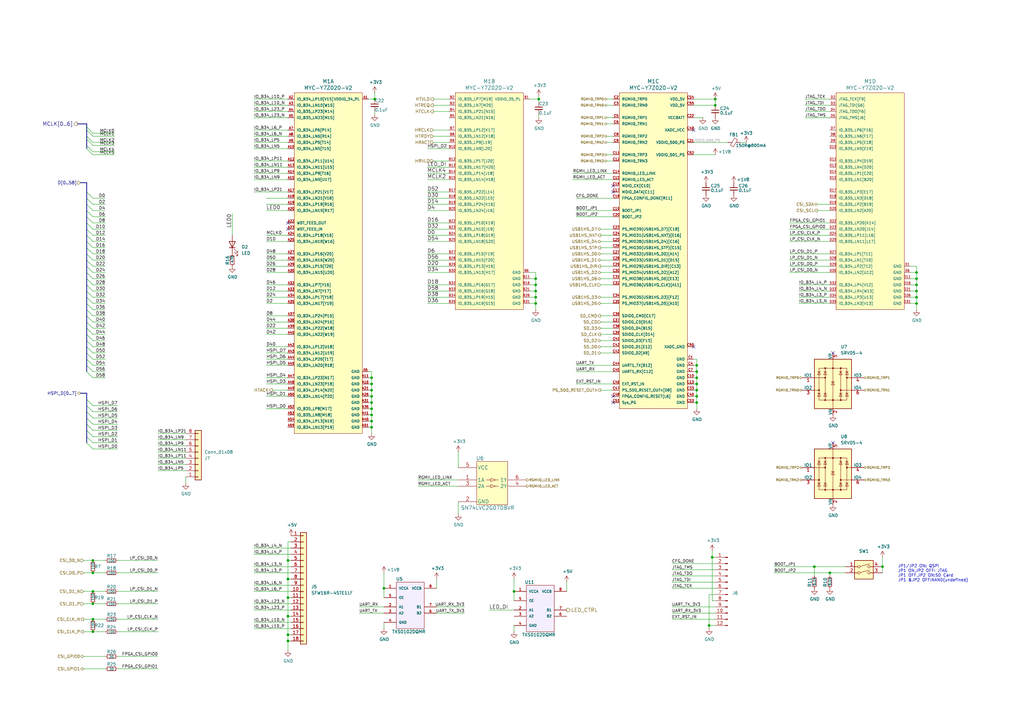
<source format=kicad_sch>
(kicad_sch (version 20230819) (generator eeschema)
  (paper "A3")
  (junction (at 38.1 254))
  (junction (at 219.71 121.92))
  (junction (at 285.75 157.48))
  (junction (at 152.4 170.18))
  (junction (at 293.37 40.64))
  (junction (at 152.4 172.72))
  (junction (at 220.98 40.64))
  (junction (at 334.01 232.41))
  (junction (at 38.1 242.57))
  (junction (at 118.11 252.73))
  (junction (at 38.1 234.95))
  (junction (at 375.92 121.92))
  (junction (at 293.37 43.18))
  (junction (at 118.11 260.35))
  (junction (at 285.75 162.56))
  (junction (at 285.75 154.94))
  (junction (at 38.1 259.08))
  (junction (at 118.11 262.89))
  (junction (at 375.92 124.46))
  (junction (at 292.1 228.6))
  (junction (at 285.75 152.4))
  (junction (at 38.1 247.65))
  (junction (at 285.75 160.02))
  (junction (at 157.48 241.3))
  (junction (at 152.4 165.1))
  (junction (at 152.4 157.48))
  (junction (at 219.71 124.46))
  (junction (at 118.11 237.49))
  (junction (at 118.11 245.11))
  (junction (at 152.4 160.02))
  (junction (at 118.11 229.87))
  (junction (at 152.4 175.26))
  (junction (at 361.95 232.41))
  (junction (at 153.67 40.64))
  (junction (at 210.82 242.57))
  (junction (at 38.1 229.87))
  (junction (at 340.36 234.95))
  (junction (at 152.4 162.56))
  (junction (at 152.4 167.64))
  (junction (at 219.71 114.3))
  (junction (at 285.75 149.86))
  (junction (at 375.92 114.3))
  (junction (at 375.92 119.38))
  (junction (at 375.92 111.76))
  (junction (at 219.71 116.84))
  (junction (at 152.4 154.94))
  (junction (at 290.83 256.54))
  (junction (at 219.71 119.38))
  (junction (at 285.75 165.1))
  (junction (at 375.92 116.84))
  (no_connect (at 284.48 53.34))
  (no_connect (at 251.46 165.1))
  (no_connect (at 341.63 144.78))
  (no_connect (at 251.46 76.2))
  (no_connect (at 251.46 162.56))
  (no_connect (at 118.11 93.98))
  (no_connect (at 284.48 142.24))
  (no_connect (at 341.63 181.61))
  (no_connect (at 251.46 78.74))
  (no_connect (at 118.11 91.44))
  (bus_entry (at 38.1 121.92) (size -2.54 -2.54))
  (bus_entry (at 35.56 52.07) (size 2.54 2.54))
  (bus_entry (at 38.1 171.45) (size -2.54 -2.54))
  (bus_entry (at 35.56 57.15) (size 2.54 2.54))
  (bus_entry (at 38.1 101.6) (size -2.54 -2.54))
  (bus_entry (at 38.1 168.91) (size -2.54 -2.54))
  (bus_entry (at 35.56 59.69) (size 2.54 2.54))
  (bus_entry (at 38.1 173.99) (size -2.54 -2.54))
  (bus_entry (at 38.1 96.52) (size -2.54 -2.54))
  (bus_entry (at 38.1 88.9) (size -2.54 -2.54))
  (bus_entry (at 38.1 149.86) (size -2.54 -2.54))
  (bus_entry (at 38.1 181.61) (size -2.54 -2.54))
  (bus_entry (at 38.1 111.76) (size -2.54 -2.54))
  (bus_entry (at 35.56 60.96) (size 2.54 2.54))
  (bus_entry (at 38.1 119.38) (size -2.54 -2.54))
  (bus_entry (at 38.1 124.46) (size -2.54 -2.54))
  (bus_entry (at 38.1 86.36) (size -2.54 -2.54))
  (bus_entry (at 38.1 184.15) (size -2.54 -2.54))
  (bus_entry (at 38.1 137.16) (size -2.54 -2.54))
  (bus_entry (at 38.1 166.37) (size -2.54 -2.54))
  (bus_entry (at 38.1 127) (size -2.54 -2.54))
  (bus_entry (at 38.1 91.44) (size -2.54 -2.54))
  (bus_entry (at 38.1 129.54) (size -2.54 -2.54))
  (bus_entry (at 38.1 93.98) (size -2.54 -2.54))
  (bus_entry (at 38.1 116.84) (size -2.54 -2.54))
  (bus_entry (at 38.1 142.24) (size -2.54 -2.54))
  (bus_entry (at 38.1 114.3) (size -2.54 -2.54))
  (bus_entry (at 38.1 179.07) (size -2.54 -2.54))
  (bus_entry (at 38.1 81.28) (size -2.54 -2.54))
  (bus_entry (at 38.1 99.06) (size -2.54 -2.54))
  (bus_entry (at 38.1 132.08) (size -2.54 -2.54))
  (bus_entry (at 38.1 176.53) (size -2.54 -2.54))
  (bus_entry (at 35.56 53.34) (size 2.54 2.54))
  (bus_entry (at 38.1 147.32) (size -2.54 -2.54))
  (bus_entry (at 38.1 152.4) (size -2.54 -2.54))
  (bus_entry (at 38.1 106.68) (size -2.54 -2.54))
  (bus_entry (at 38.1 83.82) (size -2.54 -2.54))
  (bus_entry (at 38.1 154.94) (size -2.54 -2.54))
  (bus_entry (at 38.1 144.78) (size -2.54 -2.54))
  (bus_entry (at 38.1 109.22) (size -2.54 -2.54))
  (bus_entry (at 38.1 134.62) (size -2.54 -2.54))
  (bus_entry (at 35.56 55.88) (size 2.54 2.54))
  (bus_entry (at 38.1 139.7) (size -2.54 -2.54))
  (bus_entry (at 38.1 104.14) (size -2.54 -2.54))
  (wire (pts (xy 175.26 83.82) (xy 184.15 83.82)))
  (wire (pts (xy 104.14 45.72) (xy 118.11 45.72)))
  (bus (pts (xy 35.56 50.8) (xy 35.56 52.07)))
  (wire (pts (xy 217.17 124.46) (xy 219.71 124.46)))
  (bus (pts (xy 35.56 57.15) (xy 35.56 59.69)))
  (wire (pts (xy 177.8 53.34) (xy 184.15 53.34)))
  (wire (pts (xy 243.84 -33.02) (xy 250.19 -33.02)))
  (wire (pts (xy 151.13 167.64) (xy 152.4 167.64)))
  (wire (pts (xy 340.36 40.64) (xy 330.2 40.64)))
  (bus (pts (xy 35.56 74.93) (xy 35.56 78.74)))
  (wire (pts (xy 118.11 149.86) (xy 109.22 149.86)))
  (wire (pts (xy 157.48 251.46) (xy 147.32 251.46)))
  (wire (pts (xy 210.82 242.57) (xy 210.82 246.38)))
  (wire (pts (xy 64.77 180.34) (xy 76.2 180.34)))
  (bus (pts (xy 35.56 111.76) (xy 35.56 114.3)))
  (wire (pts (xy 251.46 88.9) (xy 236.22 88.9)))
  (wire (pts (xy 43.18 111.76) (xy 38.1 111.76)))
  (wire (pts (xy 104.14 55.88) (xy 118.11 55.88)))
  (wire (pts (xy 48.26 247.65) (xy 64.77 247.65)))
  (wire (pts (xy 175.26 116.84) (xy 184.15 116.84)))
  (wire (pts (xy 285.75 167.64) (xy 285.75 165.1)))
  (wire (pts (xy 251.46 109.22) (xy 246.38 109.22)))
  (wire (pts (xy 38.1 184.15) (xy 48.26 184.15)))
  (wire (pts (xy 175.26 86.36) (xy 184.15 86.36)))
  (bus (pts (xy 35.56 119.38) (xy 35.56 121.92)))
  (wire (pts (xy 251.46 121.92) (xy 246.38 121.92)))
  (wire (pts (xy 64.77 182.88) (xy 76.2 182.88)))
  (wire (pts (xy 248.92 58.42) (xy 251.46 58.42)))
  (wire (pts (xy 157.48 257.81) (xy 157.48 255.27)))
  (wire (pts (xy 152.4 157.48) (xy 151.13 157.48)))
  (wire (pts (xy 34.29 259.08) (xy 38.1 259.08)))
  (wire (pts (xy 38.1 63.5) (xy 46.99 63.5)))
  (wire (pts (xy 251.46 99.06) (xy 246.38 99.06)))
  (wire (pts (xy 171.45 199.39) (xy 187.96 199.39)))
  (wire (pts (xy 118.11 132.08) (xy 109.22 132.08)))
  (wire (pts (xy 187.96 185.42) (xy 187.96 191.77)))
  (wire (pts (xy 251.46 104.14) (xy 246.38 104.14)))
  (wire (pts (xy 217.17 114.3) (xy 219.71 114.3)))
  (wire (pts (xy 323.85 96.52) (xy 340.36 96.52)))
  (wire (pts (xy 285.75 162.56) (xy 285.75 160.02)))
  (wire (pts (xy 292.1 226.06) (xy 292.1 228.6)))
  (wire (pts (xy 43.18 144.78) (xy 38.1 144.78)))
  (wire (pts (xy 64.77 190.5) (xy 76.2 190.5)))
  (wire (pts (xy 293.37 40.64) (xy 293.37 43.18)))
  (wire (pts (xy 152.4 172.72) (xy 152.4 170.18)))
  (bus (pts (xy 35.56 127) (xy 35.56 129.54)))
  (bus (pts (xy 35.56 176.53) (xy 35.56 179.07)))
  (wire (pts (xy 104.14 78.74) (xy 118.11 78.74)))
  (wire (pts (xy 118.11 229.87) (xy 119.38 229.87)))
  (bus (pts (xy 35.56 109.22) (xy 35.56 111.76)))
  (wire (pts (xy 323.85 111.76) (xy 340.36 111.76)))
  (wire (pts (xy 175.26 111.76) (xy 184.15 111.76)))
  (wire (pts (xy 104.14 66.04) (xy 118.11 66.04)))
  (wire (pts (xy 251.46 96.52) (xy 246.38 96.52)))
  (wire (pts (xy 118.11 252.73) (xy 118.11 245.11)))
  (wire (pts (xy 118.11 81.28) (xy 109.22 81.28)))
  (wire (pts (xy 248.92 66.04) (xy 251.46 66.04)))
  (wire (pts (xy 104.14 234.95) (xy 119.38 234.95)))
  (wire (pts (xy 48.26 259.08) (xy 64.77 259.08)))
  (wire (pts (xy 177.8 40.64) (xy 184.15 40.64)))
  (wire (pts (xy 152.4 152.4) (xy 151.13 152.4)))
  (wire (pts (xy 251.46 101.6) (xy 246.38 101.6)))
  (wire (pts (xy 251.46 132.08) (xy 246.38 132.08)))
  (wire (pts (xy 34.29 247.65) (xy 38.1 247.65)))
  (wire (pts (xy 64.77 187.96) (xy 76.2 187.96)))
  (wire (pts (xy 34.29 254) (xy 38.1 254)))
  (wire (pts (xy 118.11 222.25) (xy 119.38 222.25)))
  (wire (pts (xy 217.17 40.64) (xy 220.98 40.64)))
  (wire (pts (xy 373.38 109.22) (xy 375.92 109.22)))
  (wire (pts (xy 157.48 248.92) (xy 147.32 248.92)))
  (wire (pts (xy 43.18 116.84) (xy 38.1 116.84)))
  (wire (pts (xy 48.26 229.87) (xy 64.77 229.87)))
  (bus (pts (xy 35.56 137.16) (xy 35.56 139.7)))
  (wire (pts (xy 217.17 111.76) (xy 219.71 111.76)))
  (wire (pts (xy 219.71 124.46) (xy 219.71 127)))
  (bus (pts (xy 35.56 104.14) (xy 35.56 106.68)))
  (wire (pts (xy 48.26 274.32) (xy 64.77 274.32)))
  (wire (pts (xy 340.36 91.44) (xy 323.85 91.44)))
  (wire (pts (xy 251.46 114.3) (xy 246.38 114.3)))
  (bus (pts (xy 35.56 142.24) (xy 35.56 144.78)))
  (wire (pts (xy 219.71 121.92) (xy 219.71 124.46)))
  (wire (pts (xy 175.26 99.06) (xy 184.15 99.06)))
  (wire (pts (xy 217.17 119.38) (xy 219.71 119.38)))
  (wire (pts (xy 38.1 58.42) (xy 46.99 58.42)))
  (wire (pts (xy 118.11 99.06) (xy 109.22 99.06)))
  (bus (pts (xy 35.56 124.46) (xy 35.56 127)))
  (wire (pts (xy 210.82 259.08) (xy 210.82 256.54)))
  (wire (pts (xy 38.1 59.69) (xy 46.99 59.69)))
  (wire (pts (xy 118.11 154.94) (xy 109.22 154.94)))
  (wire (pts (xy 251.46 144.78) (xy 246.38 144.78)))
  (bus (pts (xy 35.56 129.54) (xy 35.56 132.08)))
  (wire (pts (xy 104.14 227.33) (xy 119.38 227.33)))
  (bus (pts (xy 35.56 99.06) (xy 35.56 101.6)))
  (wire (pts (xy 373.38 119.38) (xy 375.92 119.38)))
  (wire (pts (xy 38.1 168.91) (xy 48.26 168.91)))
  (wire (pts (xy 104.14 40.64) (xy 118.11 40.64)))
  (wire (pts (xy 251.46 160.02) (xy 246.38 160.02)))
  (wire (pts (xy 118.11 260.35) (xy 118.11 252.73)))
  (wire (pts (xy 152.4 167.64) (xy 152.4 165.1)))
  (wire (pts (xy 177.8 55.88) (xy 184.15 55.88)))
  (wire (pts (xy 340.36 45.72) (xy 330.2 45.72)))
  (wire (pts (xy 43.18 81.28) (xy 38.1 81.28)))
  (wire (pts (xy 179.07 251.46) (xy 190.5 251.46)))
  (wire (pts (xy 275.59 251.46) (xy 293.37 251.46)))
  (wire (pts (xy 64.77 185.42) (xy 76.2 185.42)))
  (bus (pts (xy 35.56 52.07) (xy 35.56 53.34)))
  (wire (pts (xy 184.15 58.42) (xy 177.8 58.42)))
  (wire (pts (xy 293.37 43.18) (xy 284.48 43.18)))
  (wire (pts (xy 118.11 142.24) (xy 109.22 142.24)))
  (wire (pts (xy 292.1 228.6) (xy 292.1 246.38)))
  (wire (pts (xy 284.48 162.56) (xy 285.75 162.56)))
  (wire (pts (xy 177.8 45.72) (xy 184.15 45.72)))
  (wire (pts (xy 38.1 54.61) (xy 46.99 54.61)))
  (wire (pts (xy 151.13 154.94) (xy 152.4 154.94)))
  (wire (pts (xy 327.66 116.84) (xy 340.36 116.84)))
  (wire (pts (xy 175.26 68.58) (xy 184.15 68.58)))
  (wire (pts (xy 104.14 48.26) (xy 118.11 48.26)))
  (bus (pts (xy 35.56 173.99) (xy 35.56 176.53)))
  (wire (pts (xy 118.11 245.11) (xy 118.11 237.49)))
  (wire (pts (xy 118.11 86.36) (xy 109.22 86.36)))
  (wire (pts (xy 175.26 78.74) (xy 184.15 78.74)))
  (wire (pts (xy 38.1 229.87) (xy 43.18 229.87)))
  (wire (pts (xy 175.26 104.14) (xy 184.15 104.14)))
  (wire (pts (xy 327.66 124.46) (xy 340.36 124.46)))
  (wire (pts (xy 43.18 91.44) (xy 38.1 91.44)))
  (wire (pts (xy 285.75 147.32) (xy 284.48 147.32)))
  (wire (pts (xy 118.11 237.49) (xy 118.11 229.87)))
  (wire (pts (xy 48.26 242.57) (xy 64.77 242.57)))
  (wire (pts (xy 48.26 234.95) (xy 64.77 234.95)))
  (wire (pts (xy 118.11 144.78) (xy 109.22 144.78)))
  (wire (pts (xy 157.48 234.95) (xy 157.48 241.3)))
  (wire (pts (xy 34.29 242.57) (xy 38.1 242.57)))
  (wire (pts (xy 104.14 257.81) (xy 119.38 257.81)))
  (wire (pts (xy 327.66 121.92) (xy 340.36 121.92)))
  (bus (pts (xy 35.56 179.07) (xy 35.56 181.61)))
  (wire (pts (xy 177.8 66.04) (xy 184.15 66.04)))
  (bus (pts (xy 35.56 96.52) (xy 35.56 99.06)))
  (wire (pts (xy 104.14 224.79) (xy 119.38 224.79)))
  (bus (pts (xy 35.56 106.68) (xy 35.56 109.22)))
  (bus (pts (xy 35.56 166.37) (xy 35.56 168.91)))
  (wire (pts (xy 248.92 48.26) (xy 251.46 48.26)))
  (wire (pts (xy 152.4 175.26) (xy 152.4 172.72)))
  (bus (pts (xy 35.56 147.32) (xy 35.56 149.86)))
  (wire (pts (xy 251.46 139.7) (xy 246.38 139.7)))
  (wire (pts (xy 43.18 121.92) (xy 38.1 121.92)))
  (wire (pts (xy 340.36 234.95) (xy 346.71 234.95)))
  (wire (pts (xy 175.26 121.92) (xy 184.15 121.92)))
  (wire (pts (xy 251.46 157.48) (xy 236.22 157.48)))
  (wire (pts (xy 43.18 93.98) (xy 38.1 93.98)))
  (wire (pts (xy 118.11 83.82) (xy 109.22 83.82)))
  (wire (pts (xy 317.5 232.41) (xy 334.01 232.41)))
  (wire (pts (xy 375.92 109.22) (xy 375.92 111.76)))
  (wire (pts (xy 43.18 129.54) (xy 38.1 129.54)))
  (wire (pts (xy 248.92 55.88) (xy 251.46 55.88)))
  (wire (pts (xy 220.98 40.64) (xy 220.98 41.91)))
  (wire (pts (xy 76.2 198.12) (xy 76.2 195.58)))
  (wire (pts (xy 292.1 228.6) (xy 293.37 228.6)))
  (wire (pts (xy 118.11 129.54) (xy 109.22 129.54)))
  (wire (pts (xy 43.18 119.38) (xy 38.1 119.38)))
  (wire (pts (xy 64.77 193.04) (xy 76.2 193.04)))
  (wire (pts (xy 323.85 106.68) (xy 340.36 106.68)))
  (wire (pts (xy 187.96 210.82) (xy 187.96 205.74)))
  (wire (pts (xy 151.13 160.02) (xy 152.4 160.02)))
  (wire (pts (xy 303.53 58.42) (xy 306.07 58.42)))
  (wire (pts (xy 340.36 93.98) (xy 323.85 93.98)))
  (bus (pts (xy 35.56 144.78) (xy 35.56 147.32)))
  (wire (pts (xy 104.14 68.58) (xy 118.11 68.58)))
  (wire (pts (xy 104.14 247.65) (xy 119.38 247.65)))
  (wire (pts (xy 217.17 121.92) (xy 219.71 121.92)))
  (wire (pts (xy 104.14 242.57) (xy 119.38 242.57)))
  (wire (pts (xy 219.71 119.38) (xy 219.71 121.92)))
  (wire (pts (xy 152.4 177.8) (xy 152.4 175.26)))
  (wire (pts (xy 234.95 71.12) (xy 251.46 71.12)))
  (wire (pts (xy 118.11 157.48) (xy 109.22 157.48)))
  (wire (pts (xy 284.48 63.5) (xy 293.37 63.5)))
  (wire (pts (xy 327.66 119.38) (xy 340.36 119.38)))
  (wire (pts (xy 43.18 149.86) (xy 38.1 149.86)))
  (bus (pts (xy 35.56 78.74) (xy 35.56 81.28)))
  (wire (pts (xy 104.14 73.66) (xy 118.11 73.66)))
  (wire (pts (xy 43.18 132.08) (xy 38.1 132.08)))
  (wire (pts (xy 284.48 152.4) (xy 285.75 152.4)))
  (wire (pts (xy 251.46 81.28) (xy 236.22 81.28)))
  (wire (pts (xy 118.11 167.64) (xy 109.22 167.64)))
  (bus (pts (xy 35.56 161.29) (xy 35.56 163.83)))
  (wire (pts (xy 375.92 114.3) (xy 375.92 116.84)))
  (wire (pts (xy 177.8 43.18) (xy 184.15 43.18)))
  (wire (pts (xy 34.29 274.32) (xy 43.18 274.32)))
  (wire (pts (xy 284.48 154.94) (xy 285.75 154.94)))
  (wire (pts (xy 152.4 170.18) (xy 152.4 167.64)))
  (wire (pts (xy 275.59 254) (xy 293.37 254)))
  (wire (pts (xy 175.26 73.66) (xy 184.15 73.66)))
  (wire (pts (xy 284.48 40.64) (xy 293.37 40.64)))
  (wire (pts (xy 275.59 248.92) (xy 293.37 248.92)))
  (wire (pts (xy 38.1 242.57) (xy 43.18 242.57)))
  (bus (pts (xy 35.56 55.88) (xy 35.56 57.15)))
  (wire (pts (xy 284.48 48.26) (xy 288.29 48.26)))
  (wire (pts (xy 335.28 86.36) (xy 340.36 86.36)))
  (wire (pts (xy 248.92 63.5) (xy 251.46 63.5)))
  (wire (pts (xy 251.46 93.98) (xy 246.38 93.98)))
  (wire (pts (xy 118.11 137.16) (xy 109.22 137.16)))
  (wire (pts (xy 251.46 134.62) (xy 246.38 134.62)))
  (wire (pts (xy 275.59 231.14) (xy 293.37 231.14)))
  (wire (pts (xy 219.71 116.84) (xy 219.71 119.38)))
  (bus (pts (xy 35.56 86.36) (xy 35.56 88.9)))
  (wire (pts (xy 171.45 196.85) (xy 187.96 196.85)))
  (bus (pts (xy 35.56 93.98) (xy 35.56 96.52)))
  (bus (pts (xy 35.56 116.84) (xy 35.56 119.38)))
  (wire (pts (xy 210.82 237.49) (xy 210.82 242.57)))
  (bus (pts (xy 35.56 163.83) (xy 35.56 166.37)))
  (wire (pts (xy 375.92 121.92) (xy 375.92 124.46)))
  (wire (pts (xy 323.85 104.14) (xy 340.36 104.14)))
  (wire (pts (xy 175.26 124.46) (xy 184.15 124.46)))
  (wire (pts (xy 285.75 160.02) (xy 285.75 157.48)))
  (wire (pts (xy 43.18 96.52) (xy 38.1 96.52)))
  (wire (pts (xy 334.01 232.41) (xy 346.71 232.41)))
  (wire (pts (xy 293.37 238.76) (xy 275.59 238.76)))
  (wire (pts (xy 104.14 240.03) (xy 119.38 240.03)))
  (wire (pts (xy 153.67 45.72) (xy 153.67 46.99)))
  (wire (pts (xy 275.59 236.22) (xy 293.37 236.22)))
  (wire (pts (xy 285.75 154.94) (xy 285.75 152.4)))
  (wire (pts (xy 375.92 124.46) (xy 375.92 127)))
  (wire (pts (xy 248.92 50.8) (xy 251.46 50.8)))
  (wire (pts (xy 152.4 154.94) (xy 152.4 152.4)))
  (wire (pts (xy 175.26 106.68) (xy 184.15 106.68)))
  (wire (pts (xy 251.46 129.54) (xy 246.38 129.54)))
  (bus (pts (xy 35.56 134.62) (xy 35.56 137.16)))
  (wire (pts (xy 38.1 259.08) (xy 43.18 259.08)))
  (wire (pts (xy 104.14 250.19) (xy 119.38 250.19)))
  (wire (pts (xy 175.26 93.98) (xy 184.15 93.98)))
  (wire (pts (xy 179.07 248.92) (xy 190.5 248.92)))
  (wire (pts (xy 361.95 232.41) (xy 361.95 234.95)))
  (wire (pts (xy 151.13 175.26) (xy 152.4 175.26)))
  (wire (pts (xy 292.1 246.38) (xy 293.37 246.38)))
  (wire (pts (xy 293.37 233.68) (xy 275.59 233.68)))
  (wire (pts (xy 118.11 104.14) (xy 109.22 104.14)))
  (wire (pts (xy 340.36 43.18) (xy 330.2 43.18)))
  (wire (pts (xy 373.38 124.46) (xy 375.92 124.46)))
  (wire (pts (xy 48.26 254) (xy 64.77 254)))
  (wire (pts (xy 118.11 260.35) (xy 118.11 262.89)))
  (wire (pts (xy 118.11 124.46) (xy 109.22 124.46)))
  (wire (pts (xy 43.18 137.16) (xy 38.1 137.16)))
  (wire (pts (xy 118.11 134.62) (xy 109.22 134.62)))
  (wire (pts (xy 375.92 116.84) (xy 375.92 119.38)))
  (wire (pts (xy 373.38 116.84) (xy 375.92 116.84)))
  (wire (pts (xy 175.26 91.44) (xy 184.15 91.44)))
  (wire (pts (xy 251.46 149.86) (xy 236.22 149.86)))
  (wire (pts (xy 151.13 40.64) (xy 153.67 40.64)))
  (wire (pts (xy 43.18 104.14) (xy 38.1 104.14)))
  (bus (pts (xy 35.56 83.82) (xy 35.56 86.36)))
  (bus (pts (xy 35.56 132.08) (xy 35.56 134.62)))
  (wire (pts (xy 38.1 166.37) (xy 48.26 166.37)))
  (wire (pts (xy 119.38 262.89) (xy 118.11 262.89)))
  (wire (pts (xy 118.11 262.89) (xy 118.11 266.7)))
  (wire (pts (xy 38.1 247.65) (xy 43.18 247.65)))
  (wire (pts (xy 118.11 106.68) (xy 109.22 106.68)))
  (wire (pts (xy 251.46 111.76) (xy 246.38 111.76)))
  (wire (pts (xy 284.48 58.42) (xy 298.45 58.42)))
  (wire (pts (xy 151.13 170.18) (xy 152.4 170.18)))
  (wire (pts (xy 175.26 71.12) (xy 184.15 71.12)))
  (wire (pts (xy 118.11 119.38) (xy 109.22 119.38)))
  (wire (pts (xy 43.18 83.82) (xy 38.1 83.82)))
  (wire (pts (xy 285.75 157.48) (xy 285.75 154.94)))
  (wire (pts (xy 219.71 114.3) (xy 219.71 116.84)))
  (wire (pts (xy 290.83 243.84) (xy 290.83 256.54)))
  (wire (pts (xy 104.14 43.18) (xy 118.11 43.18)))
  (wire (pts (xy 251.46 142.24) (xy 246.38 142.24)))
  (wire (pts (xy 152.4 162.56) (xy 152.4 160.02)))
  (wire (pts (xy 38.1 181.61) (xy 48.26 181.61)))
  (wire (pts (xy 43.18 154.94) (xy 38.1 154.94)))
  (wire (pts (xy 217.17 116.84) (xy 219.71 116.84)))
  (bus (pts (xy 35.56 114.3) (xy 35.56 116.84)))
  (wire (pts (xy 275.59 241.3) (xy 293.37 241.3)))
  (wire (pts (xy 118.11 116.84) (xy 109.22 116.84)))
  (wire (pts (xy 118.11 96.52) (xy 109.22 96.52)))
  (wire (pts (xy 38.1 173.99) (xy 48.26 173.99)))
  (wire (pts (xy 95.25 96.52) (xy 95.25 87.63)))
  (wire (pts (xy 64.77 177.8) (xy 76.2 177.8)))
  (wire (pts (xy 375.92 119.38) (xy 375.92 121.92)))
  (wire (pts (xy 38.1 171.45) (xy 48.26 171.45)))
  (wire (pts (xy 248.92 43.18) (xy 251.46 43.18)))
  (wire (pts (xy 104.14 71.12) (xy 118.11 71.12)))
  (wire (pts (xy 251.46 116.84) (xy 246.38 116.84)))
  (wire (pts (xy 184.15 60.96) (xy 175.26 60.96)))
  (wire (pts (xy 373.38 111.76) (xy 375.92 111.76)))
  (bus (pts (xy 35.56 168.91) (xy 35.56 171.45)))
  (wire (pts (xy 179.07 237.49) (xy 179.07 241.3)))
  (wire (pts (xy 118.11 121.92) (xy 109.22 121.92)))
  (bus (pts (xy 35.56 121.92) (xy 35.56 124.46)))
  (wire (pts (xy 323.85 99.06) (xy 340.36 99.06)))
  (wire (pts (xy 284.48 165.1) (xy 285.75 165.1)))
  (wire (pts (xy 284.48 149.86) (xy 285.75 149.86)))
  (wire (pts (xy 43.18 88.9) (xy 38.1 88.9)))
  (wire (pts (xy 251.46 152.4) (xy 236.22 152.4)))
  (wire (pts (xy 293.37 243.84) (xy 290.83 243.84)))
  (wire (pts (xy 340.36 234.95) (xy 340.36 236.22)))
  (wire (pts (xy 284.48 157.48) (xy 285.75 157.48)))
  (wire (pts (xy 285.75 152.4) (xy 285.75 149.86)))
  (wire (pts (xy 118.11 229.87) (xy 118.11 222.25)))
  (bus (pts (xy 35.56 139.7) (xy 35.56 142.24)))
  (wire (pts (xy 38.1 55.88) (xy 46.99 55.88)))
  (wire (pts (xy 323.85 109.22) (xy 340.36 109.22)))
  (wire (pts (xy 210.82 250.19) (xy 200.66 250.19)))
  (bus (pts (xy 35.56 149.86) (xy 35.56 152.4)))
  (wire (pts (xy 43.18 109.22) (xy 38.1 109.22)))
  (wire (pts (xy 118.11 109.22) (xy 109.22 109.22)))
  (wire (pts (xy 248.92 40.64) (xy 251.46 40.64)))
  (wire (pts (xy 38.1 62.23) (xy 46.99 62.23)))
  (wire (pts (xy 373.38 114.3) (xy 375.92 114.3)))
  (wire (pts (xy 38.1 234.95) (xy 43.18 234.95)))
  (wire (pts (xy 219.71 111.76) (xy 219.71 114.3)))
  (wire (pts (xy 284.48 160.02) (xy 285.75 160.02)))
  (wire (pts (xy 251.46 137.16) (xy 246.38 137.16)))
  (wire (pts (xy 104.14 232.41) (xy 119.38 232.41)))
  (wire (pts (xy 104.14 255.27) (xy 119.38 255.27)))
  (wire (pts (xy 119.38 237.49) (xy 118.11 237.49)))
  (bus (pts (xy 35.56 101.6) (xy 35.56 104.14)))
  (bus (pts (xy 35.56 81.28) (xy 35.56 83.82)))
  (wire (pts (xy 152.4 165.1) (xy 152.4 162.56)))
  (wire (pts (xy 220.98 39.37) (xy 220.98 40.64)))
  (wire (pts (xy 38.1 254) (xy 43.18 254)))
  (wire (pts (xy 152.4 160.02) (xy 152.4 157.48)))
  (wire (pts (xy 175.26 81.28) (xy 184.15 81.28)))
  (wire (pts (xy 38.1 179.07) (xy 48.26 179.07)))
  (wire (pts (xy 251.46 124.46) (xy 246.38 124.46)))
  (wire (pts (xy 43.18 139.7) (xy 38.1 139.7)))
  (wire (pts (xy 34.29 234.95) (xy 38.1 234.95)))
  (wire (pts (xy 220.98 46.99) (xy 220.98 48.26)))
  (wire (pts (xy 43.18 114.3) (xy 38.1 114.3)))
  (wire (pts (xy 175.26 109.22) (xy 184.15 109.22)))
  (wire (pts (xy 375.92 111.76) (xy 375.92 114.3)))
  (wire (pts (xy 104.14 53.34) (xy 118.11 53.34)))
  (wire (pts (xy 290.83 256.54) (xy 290.83 257.81)))
  (wire (pts (xy 251.46 86.36) (xy 236.22 86.36)))
  (wire (pts (xy 153.67 38.1) (xy 153.67 40.64)))
  (wire (pts (xy 152.4 157.48) (xy 152.4 154.94)))
  (wire (pts (xy 118.11 111.76) (xy 109.22 111.76)))
  (wire (pts (xy 175.26 119.38) (xy 184.15 119.38)))
  (wire (pts (xy 151.13 165.1) (xy 152.4 165.1)))
  (wire (pts (xy 48.26 269.24) (xy 64.77 269.24)))
  (wire (pts (xy 43.18 142.24) (xy 38.1 142.24)))
  (bus (pts (xy 35.56 59.69) (xy 35.56 60.96)))
  (wire (pts (xy 373.38 121.92) (xy 375.92 121.92)))
  (wire (pts (xy 43.18 134.62) (xy 38.1 134.62)))
  (wire (pts (xy 151.13 162.56) (xy 152.4 162.56)))
  (wire (pts (xy 119.38 245.11) (xy 118.11 245.11)))
  (bus (pts (xy 35.56 91.44) (xy 35.56 93.98)))
  (wire (pts (xy 340.36 48.26) (xy 330.2 48.26)))
  (wire (pts (xy 285.75 165.1) (xy 285.75 162.56)))
  (bus (pts (xy 33.02 161.29) (xy 35.56 161.29)))
  (bus (pts (xy 35.56 74.93) (xy 33.02 74.93)))
  (wire (pts (xy 251.46 106.68) (xy 246.38 106.68)))
  (wire (pts (xy 43.18 86.36) (xy 38.1 86.36)))
  (wire (pts (xy 43.18 106.68) (xy 38.1 106.68)))
  (wire (pts (xy 335.28 83.82) (xy 340.36 83.82)))
  (wire (pts (xy 119.38 252.73) (xy 118.11 252.73)))
  (wire (pts (xy 157.48 241.3) (xy 157.48 245.11)))
  (wire (pts (xy 234.95 73.66) (xy 251.46 73.66)))
  (wire (pts (xy 104.14 60.96) (xy 118.11 60.96)))
  (wire (pts (xy 175.26 96.52) (xy 184.15 96.52)))
  (wire (pts (xy 285.75 149.86) (xy 285.75 147.32)))
  (wire (pts (xy 361.95 228.6) (xy 361.95 232.41)))
  (wire (pts (xy 111.76 160.02) (xy 118.11 160.02)))
  (wire (pts (xy 38.1 176.53) (xy 48.26 176.53)))
  (wire (pts (xy 119.38 260.35) (xy 118.11 260.35)))
  (bus (pts (xy 35.56 53.34) (xy 35.56 55.88)))
  (wire (pts (xy 232.41 238.76) (xy 232.41 242.57)))
  (wire (pts (xy 118.11 147.32) (xy 109.22 147.32)))
  (wire (pts (xy 104.14 58.42) (xy 118.11 58.42)))
  (bus (pts (xy 35.56 50.8) (xy 31.75 50.8)))
  (wire (pts (xy 43.18 127) (xy 38.1 127)))
  (wire (pts (xy 118.11 162.56) (xy 109.22 162.56)))
  (wire (pts (xy 151.13 172.72) (xy 152.4 172.72)))
  (wire (pts (xy 290.83 256.54) (xy 293.37 256.54)))
  (wire (pts (xy 43.18 152.4) (xy 38.1 152.4)))
  (wire (pts (xy 34.29 269.24) (xy 43.18 269.24)))
  (wire (pts (xy 317.5 234.95) (xy 340.36 234.95)))
  (wire (pts (xy 334.01 232.41) (xy 334.01 236.22)))
  (wire (pts (xy 43.18 124.46) (xy 38.1 124.46)))
  (wire (pts (xy 43.18 147.32) (xy 38.1 147.32)))
  (bus (pts (xy 35.56 88.9) (xy 35.56 91.44)))
  (wire (pts (xy 43.18 101.6) (xy 38.1 101.6)))
  (bus (pts (xy 35.56 171.45) (xy 35.56 173.99)))
  (wire (pts (xy 43.18 99.06) (xy 38.1 99.06)))
  (wire (pts (xy 34.29 229.87) (xy 38.1 229.87)))
  (text "JP1/JP2 ON: QSPI\nJP1 ON,JP2 OFF: JTAG\nJP1 OFF,JP2 ON:SD Card\nJP1 &JP2 OFF:NAND(undefined)" (at 368.3 238.76 0) (effects (font (size 1.1938 1.1938)) (justify left bottom)))
  (label "IO_B34_L3_N" (at 327.66 124.46 0) (effects (font (size 1.1938 1.1938))))
  (label "D52" (at 43.18 147.32 180))
  (label "D42" (at 109.22 137.16 0))
  (label "D58" (at 175.26 119.38 0) (effects (font (size 1.524 1.524))))
  (label "LP_CSI_D1_P" (at 64.77 247.65 180) (effects (font (size 1.2 1.2))))
  (label "LP_CSI_CLK_N" (at 323.85 99.06 0) (effects (font (size 1.2 1.2))))
  (label "D16" (at 43.18 101.6 180))
  (label "D20" (at 175.26 109.22 0) (effects (font (size 1.524 1.524))))
  (label "D56" (at 43.18 152.4 180))
  (label "IO_B34_LN9" (at 104.14 73.66 0) (effects (font (size 1.1938 1.1938))))
  (label "LP_CSI_D0_N" (at 323.85 111.76 0) (effects (font (size 1.2 1.2))))
  (label "JTAG_TDO" (at 330.2 45.72 0) (effects (font (size 1.1938 1.1938))))
  (label "D26" (at 43.18 114.3 180))
  (label "MCLK3" (at 46.99 59.69 180) (effects (font (size 1.1938 1.1938))))
  (label "JTAG_TDO" (at 275.59 236.22 0) (effects (font (size 1.1938 1.1938))))
  (label "D2" (at 43.18 83.82 180))
  (label "D46" (at 109.22 116.84 0))
  (label "FPGA_CSI_GPIO0" (at 323.85 93.98 0) (effects (font (size 1.2 1.2))))
  (label "RGMII_LED_LINK" (at 234.95 71.12 0) (effects (font (size 1.2 1.2))))
  (label "MCLK4" (at 175.26 71.12 0) (effects (font (size 1.524 1.524))))
  (label "LP_CSI_D0_P" (at 64.77 234.95 180) (effects (font (size 1.2 1.2))))
  (label "UART_RX_3V3" (at 190.5 248.92 180) (effects (font (size 1.1938 1.1938))))
  (label "UART_RX" (at 147.32 248.92 0) (effects (font (size 1.1938 1.1938))))
  (label "FPGA_CSI_GPIO1" (at 323.85 91.44 0) (effects (font (size 1.2 1.2))))
  (label "IO_B34_LP9" (at 64.77 182.88 0) (effects (font (size 1.1938 1.1938))))
  (label "HSPI_D6" (at 109.22 147.32 0))
  (label "D36" (at 175.26 124.46 0) (effects (font (size 1.524 1.524))))
  (label "IO_B34_L3_N" (at 104.14 232.41 0) (effects (font (size 1.1938 1.1938))))
  (label "D0" (at 175.26 96.52 0) (effects (font (size 1.524 1.524))))
  (label "HSPI_D2" (at 175.26 60.96 0))
  (label "D44" (at 43.18 137.16 180))
  (label "BOOT_JP2" (at 317.5 234.95 0) (effects (font (size 1.1938 1.1938))))
  (label "MCLK1" (at 46.99 55.88 180) (effects (font (size 1.1938 1.1938))))
  (label "MCLK0" (at 109.22 96.52 0))
  (label "D42" (at 43.18 134.62 180))
  (label "IO_B34_LP5" (at 104.14 58.42 0) (effects (font (size 1.1938 1.1938))))
  (label "D36" (at 43.18 127 180))
  (label "IO_B34_L10_P" (at 104.14 257.81 0) (effects (font (size 1.1938 1.1938))))
  (label "D34" (at 175.26 111.76 0) (effects (font (size 1.524 1.524))))
  (label "EXT_RST_IN" (at 236.22 157.48 0) (effects (font (size 1.1938 1.1938))))
  (label "BOOT_JP1" (at 317.5 232.41 0) (effects (font (size 1.1938 1.1938))))
  (label "HSPI_D0" (at 109.22 167.64 0))
  (label "IO_B34_L3_P" (at 104.14 234.95 0) (effects (font (size 1.1938 1.1938))))
  (label "LED_DI" (at 175.26 68.58 0) (effects (font (size 1.524 1.524))))
  (label "HSPI_D0" (at 48.26 184.15 180))
  (label "D14" (at 43.18 99.06 180))
  (label "HSPI_D6" (at 48.26 168.91 180))
  (label "D48" (at 43.18 142.24 180))
  (label "LP_CSI_D0_N" (at 64.77 229.87 180) (effects (font (size 1.2 1.2))))
  (label "VDDIO_500_PS" (at 284.48 58.42 0) (effects (font (size 1 1))))
  (label "D10" (at 43.18 93.98 180))
  (label "JTAG_TCK" (at 330.2 40.64 0) (effects (font (size 1.1938 1.1938))))
  (label "LP_CSI_CLK_N" (at 64.77 254 180) (effects (font (size 1.2 1.2))))
  (label "MCLK2" (at 46.99 58.42 180) (effects (font (size 1.1938 1.1938))))
  (label "JTAG_TDI" (at 330.2 43.18 0) (effects (font (size 1.1938 1.1938))))
  (label "IO_B34_L6_N" (at 104.14 240.03 0) (effects (font (size 1.1938 1.1938))))
  (label "IO_B34_LN11" (at 64.77 185.42 0) (effects (font (size 1.1938 1.1938))))
  (label "EXT_RST_IN" (at 275.59 254 0) (effects (font (size 1.1938 1.1938))))
  (label "D26" (at 109.22 109.22 0))
  (label "IO_B34_L23_P" (at 104.14 250.19 0) (effects (font (size 1.1938 1.1938))))
  (label "D12" (at 43.18 96.52 180))
  (label "D18" (at 175.26 116.84 0) (effects (font (size 1.524 1.524))))
  (label "D28" (at 43.18 116.84 180))
  (label "D24" (at 43.18 111.76 180))
  (label "FPGA_CSI_GPIO0" (at 64.77 269.24 180) (effects (font (size 1.2 1.2))))
  (label "D40" (at 43.18 132.08 180))
  (label "LED_DI" (at 200.66 250.19 0) (effects (font (size 1.524 1.524))))
  (label "D52" (at 175.26 78.74 0) (effects (font (size 1.524 1.524))))
  (label "D28" (at 109.22 111.76 0))
  (label "IO_B34_LP21" (at 64.77 177.8 0) (effects (font (size 1.1938 1.1938))))
  (label "MCLK2" (at 175.26 73.66 0) (effects (font (size 1.524 1.524))))
  (label "IO_B34_L3_P" (at 327.66 121.92 0) (effects (font (size 1.1938 1.1938))))
  (label "LED0" (at 109.22 86.36 0) (effects (font (size 1.524 1.524))))
  (label "RGMII_LED_ACT" (at 234.95 73.66 0) (effects (font (size 1.2 1.2))))
  (label "D38" (at 175.26 121.92 0) (effects (font (size 1.524 1.524))))
  (label "D8" (at 43.18 91.44 180))
  (label "D44" (at 109.22 132.08 0))
  (label "D56" (at 175.26 106.68 0) (effects (font (size 1.524 1.524))))
  (label "D32" (at 43.18 121.92 180))
  (label "D14" (at 175.26 83.82 0) (effects (font (size 1.524 1.524))))
  (label "D34" (at 43.18 124.46 180))
  (label "D30" (at 43.18 119.38 180))
  (label "JTAG_TCK" (at 275.59 241.3 0) (effects (font (size 1.1938 1.1938))))
  (label "IO_B34_L10_N" (at 104.14 43.18 0) (effects (font (size 1.1938 1.1938))))
  (label "D50" (at 43.18 144.78 180))
  (label "D12" (at 109.22 119.38 0))
  (label "D38" (at 43.18 129.54 180))
  (label "JTAG_TDI" (at 275.59 238.76 0) (effects (font (size 1.1938 1.1938))))
  (label "D24" (at 109.22 121.92 0))
  (label "IO_B34_LP5" (at 64.77 193.04 0) (effects (font (size 1.1938 1.1938))))
  (label "D20" (at 43.18 106.68 180))
  (label "IO_B34_L23_N" (at 104.14 48.26 0) (effects (font (size 1.1938 1.1938))))
  (label "D58" (at 43.18 154.94 180))
  (label "D16" (at 175.26 91.44 0) (effects (font (size 1.524 1.524))))
  (label "LED0" (at 95.25 87.63 270) (effects (font (size 1.524 1.524))))
  (label "HSPI_D4" (at 109.22 154.94 0))
  (label "HSPI_D1" (at 109.22 162.56 0))
  (label "MCLK5" (at 46.99 63.5 180) (effects (font (size 1.1938 1.1938))))
  (label "IO_B34_L10_N" (at 104.14 255.27 0) (effects (font (size 1.1938 1.1938))))
  (label "D22" (at 109.22 134.62 0))
  (label "D32" (at 175.26 93.98 0) (effects (font (size 1.524 1.524))))
  (label "LP_CSI_CLK_P" (at 64.77 259.08 180) (effects (font (size 1.2 1.2))))
  (label "UART_RX_3V3" (at 275.59 251.46 0) (effects (font (size 1.1938 1.1938))))
  (label "HSPI_D4" (at 48.26 173.99 180))
  (label "IO_B34_L10_P" (at 104.14 40.64 0) (effects (font (size 1.1938 1.1938))))
  (label "D4" (at 43.18 86.36 180))
  (label "D18" (at 43.18 104.14 180))
  (label "IO_B34_LP11" (at 104.14 66.04 0) (effects (font (size 1.1938 1.1938))))
  (label "D54" (at 175.26 99.06 0) (effects (font (size 1.524 1.524))))
  (label "BOOT_JP1" (at 236.22 86.36 0) (effects (font (size 1.1938 1.1938))))
  (label "IO_B34_LN5" (at 104.14 60.96 0) (effects (font (size 1.1938 1.1938))))
  (label "LP_CSI_CLK_P" (at 323.85 96.52 0) (effects (font (size 1.2 1.2))))
  (label "MCLK4" (at 46.99 62.23 180) (effects (font (size 1.1938 1.1938))))
  (label "RGMII_LED_LINK" (at 171.45 196.85 0) (effects (font (size 1.2 1.2))))
  (label "D6" (at 43.18 88.9 180))
  (label "UART_TX_3V3" (at 190.5 251.46 180) (effects (font (size 1.1938 1.1938))))
  (label "IO_B34_L4_N" (at 327.66 119.38 0) (effects (font (size 1.1938 1.1938))))
  (label "IO_B34_L4_N" (at 104.14 224.79 0) (effects (font (size 1.1938 1.1938))))
  (label "D46" (at 43.18 139.7 180))
  (label "HSPI_D3" (at 48.26 176.53 180))
  (label "HSPI_D5" (at 48.26 171.45 180))
  (label "IO_B34_LP9" (at 104.14 71.12 0) (effects (font (size 1.1938 1.1938))))
  (label "CFG_DONE" (at 275.59 231.14 0) (effects (font (size 1.1938 1.1938))))
  (label "MCLK0" (at 46.99 54.61 180) (effects (font (size 1.1938 1.1938))))
  (label "D30" (at 175.26 81.28 0) (effects (font (size 1.524 1.524))))
  (label "IO_B34_L4_P" (at 104.14 227.33 0) (effects (font (size 1.1938 1.1938))))
  (label "D0" (at 43.18 81.28 180))
  (label "CFG_DONE" (at 236.22 81.28 0) (effects (font (size 1.1938 1.1938))))
  (label "D54" (at 43.18 149.86 180))
  (label "D48" (at 109.22 104.14 0))
  (label "IO_B34_LN11" (at 104.14 68.58 0) (effects (font (size 1.1938 1.1938))))
  (label "IO_B34_L4_P" (at 327.66 116.84 0) (effects (font (size 1.1938 1.1938))))
  (label "JTAG_TMS" (at 275.59 233.68 0) (effects (font (size 1.1938 1.1938))))
  (label "HSPI_D7" (at 109.22 144.78 0))
  (label "FPGA_CSI_GPIO1" (at 64.77 274.32 180) (effects (font (size 1.2 1.2))))
  (label "D2" (at 109.22 124.46 0))
  (label "IO_B34_L23_P" (at 104.14 45.72 0) (effects (font (size 1.1938 1.1938))))
  (label "D6" (at 175.26 104.14 0) (effects (font (size 1.524 1.524))))
  (label "D40" (at 109.22 142.24 0))
  (label "D50" (at 109.22 106.68 0))
  (label "UART_TX_3V3" (at 275.59 248.92 0) (effects (font (size 1.1938 1.1938))))
  (label "IO_B34_LN5" (at 64.77 190.5 0) (effects (font (size 1.1938 1.1938))))
  (label "IO_B34_LP21" (at 104.14 78.74 0) (effects (font (size 1.1938 1.1938))))
  (label "LP_CSI_D1_N" (at 323.85 106.68 0) (effects (font (size 1.2 1.2))))
  (label "LP_CSI_D0_P" (at 323.85 109.22 0) (effects (font (size 1.2 1.2))))
  (label "HSPI_D3" (at 109.22 157.48 0))
  (label "UART_TX" (at 236.22 149.86 0) (effects (font (size 1.1938 1.1938))))
  (label "HSPI_D5" (at 109.22 149.86 0))
  (label "IO_B34_LN9" (at 64.77 180.34 0) (effects (font (size 1.1938 1.1938))))
  (label "BOOT_JP2" (at 236.22 88.9 0) (effects (font (size 1.1938 1.1938))))
  (label "D22" (at 43.18 109.22 180))
  (label "IO_B34_LP11" (at 64.77 187.96 0) (effects (font (size 1.1938 1.1938))))
  (label "HSPI_D7" (at 48.26 166.37 180))
  (label "D8" (at 109.22 129.54 0))
  (label "IO_B34_L6_P" (at 104.14 53.34 0) (effects (font (size 1.1938 1.1938))))
  (label "LP_CSI_D1_N" (at 64.77 242.57 180) (effects (font (size 1.2 1.2))))
  (label "IO_B34_L6_N" (at 104.14 55.88 0) (effects (font (size 1.1938 1.1938))))
  (label "LP_CSI_D1_P" (at 323.85 104.14 0) (effects (font (size 1.2 1.2))))
  (label "UART_TX" (at 147.32 251.46 0) (effects (font (size 1.1938 1.1938))))
  (label "UART_RX" (at 236.22 152.4 0) (effects (font (size 1.1938 1.1938))))
  (label "IO_B34_L23_N" (at 104.14 247.65 0) (effects (font (size 1.1938 1.1938))))
  (label "D10" (at 109.22 99.06 0))
  (label "JTAG_TMS" (at 330.2 48.26 0) (effects (font (size 1.1938 1.1938))))
  (label "IO_B34_L6_P" (at 104.14 242.57 0) (effects (font (size 1.1938 1.1938))))
  (label "RGMII_LED_ACT" (at 171.45 199.39 0) (effects (font (size 1.2 1.2))))
  (label "HSPI_D2" (at 48.26 179.07 180))
  (label "D4" (at 175.26 86.36 0) (effects (font (size 1.524 1.524))))
  (label "HSPI_D1" (at 48.26 181.61 180))
  (hierarchical_label "CSI_CLK_P" (shape output) (at 34.29 259.08 180) (effects (font (size 1.2 1.2))))
  (hierarchical_label "RGMII0_TRP3" (shape bidirectional) (at 354.33 191.77 0) (effects (font (size 0.9906 0.9906))))
  (hierarchical_label "HRVLD" (shape input) (at 177.8 66.04 180))
  (hierarchical_label "CSI_GPIO0" (shape bidirectional) (at 34.29 269.24 180) (effects (font (size 1.2 1.2))))
  (hierarchical_label "CSI_SCL" (shape output) (at 335.28 86.36 180) (effects (font (size 1.1938 1.1938))))
  (hierarchical_label "RGMII0_TRN2" (shape bidirectional) (at 328.93 196.85 180) (effects (font (size 0.9906 0.9906))))
  (hierarchical_label "USB1HS_D7" (shape bidirectional) (at 246.38 93.98 180) (effects (font (size 1.1938 1.1938))))
  (hierarchical_label "RGMII0_LED_ACT" (shape output) (at 215.9 199.39 0) (effects (font (size 0.9906 0.9906))))
  (hierarchical_label "HTCLK" (shape output) (at 177.8 45.72 180))
  (hierarchical_label "RGMII0_LED_LINK" (shape output) (at 215.9 196.85 0) (effects (font (size 0.9906 0.9906))))
  (hierarchical_label "RGMII0_TRP2" (shape bidirectional) (at 328.93 191.77 180) (effects (font (size 0.9906 0.9906))))
  (hierarchical_label "RGMII0_TRP0" (shape bidirectional) (at 328.93 154.94 180) (effects (font (size 0.9906 0.9906))))
  (hierarchical_label "USB1HS_DIR" (shape output) (at 246.38 109.22 180) (effects (font (size 1.1938 1.1938))))
  (hierarchical_label "RGMII0_TRP0" (shape bidirectional) (at 248.92 40.64 180) (effects (font (size 0.9906 0.9906))))
  (hierarchical_label "SD_CLK" (shape output) (at 246.38 137.16 180) (effects (font (size 1.1938 1.1938))))
  (hierarchical_label "CSI_CLK_N" (shape output) (at 34.29 254 180) (effects (font (size 1.2 1.2))))
  (hierarchical_label "RGMII0_TRN1" (shape bidirectional) (at 248.92 50.8 180) (effects (font (size 0.9906 0.9906))))
  (hierarchical_label "SD_CD" (shape input) (at 246.38 132.08 180) (effects (font (size 1.1938 1.1938))))
  (hierarchical_label "USB1HS_D0" (shape bidirectional) (at 246.38 104.14 180) (effects (font (size 1.1938 1.1938))))
  (hierarchical_label "USB1HS_D5" (shape bidirectional) (at 246.38 124.46 180) (effects (font (size 1.1938 1.1938))))
  (hierarchical_label "RGMII0_TRN3" (shape bidirectional) (at 354.33 196.85 0) (effects (font (size 0.9906 0.9906))))
  (hierarchical_label "CSI_SDA" (shape bidirectional) (at 335.28 83.82 180) (effects (font (size 1.1938 1.1938))))
  (hierarchical_label "D[0..58]" (shape input) (at 33.02 74.93 180))
  (hierarchical_label "MCLK[0..6]" (shape output) (at 31.75 50.8 180) (effects (font (size 1.524 1.524))))
  (hierarchical_label "CSI_D0_P" (shape input) (at 34.29 234.95 180) (effects (font (size 1.2 1.2))))
  (hierarchical_label "USB1HS_D1" (shape bidirectional) (at 246.38 106.68 180) (effects (font (size 1.1938 1.1938))))
  (hierarchical_label "RGMII0_TRN3" (shape bidirectional) (at 248.92 66.04 180) (effects (font (size 0.9906 0.9906))))
  (hierarchical_label "RGMII0_TRP1" (shape bidirectional) (at 354.33 154.94 0) (effects (font (size 0.9906 0.9906))))
  (hierarchical_label "RGMII0_TRP1" (shape bidirectional) (at 248.92 48.26 180) (effects (font (size 0.9906 0.9906))))
  (hierarchical_label "RGMII0_TRN0" (shape bidirectional) (at 248.92 43.18 180) (effects (font (size 0.9906 0.9906))))
  (hierarchical_label "PS_500_RESET_OUTn" (shape output) (at 246.38 160.02 180) (effects (font (size 1.1938 1.1938))))
  (hierarchical_label "SD_D1" (shape bidirectional) (at 246.38 144.78 180) (effects (font (size 1.1938 1.1938))))
  (hierarchical_label "LED_CTRL" (shape output) (at 232.41 250.19 0) (effects (font (size 1.524 1.524))))
  (hierarchical_label "SD_CMD" (shape output) (at 246.38 129.54 180) (effects (font (size 1.1938 1.1938))))
  (hierarchical_label "CSI_D0_N" (shape input) (at 34.29 229.87 180) (effects (font (size 1.2 1.2))))
  (hierarchical_label "HTVLD" (shape output) (at 177.8 40.64 180))
  (hierarchical_label "HTREQ" (shape output) (at 177.8 43.18 180))
  (hierarchical_label "RGMII0_TRN2" (shape bidirectional) (at 248.92 58.42 180) (effects (font (size 0.9906 0.9906))))
  (hierarchical_label "SD_D2" (shape bidirectional) (at 246.38 139.7 180) (effects (font (size 1.1938 1.1938))))
  (hierarchical_label "USB1HS_D3" (shape bidirectional) (at 246.38 121.92 180) (effects (font (size 1.1938 1.1938))))
  (hierarchical_label "CSI_GPIO1" (shape bidirectional) (at 34.29 274.32 180) (effects (font (size 1.2 1.2))))
  (hierarchical_label "HRVLD" (shape input) (at 243.84 -33.02 180))
  (hierarchical_label "HTRDY" (shape input) (at 177.8 55.88 180))
  (hierarchical_label "HRACT" (shape input) (at 177.8 58.42 180))
  (hierarchical_label "HSPI_D[0..7]" (shape bidirectional) (at 33.02 161.29 180))
  (hierarchical_label "HRCLK" (shape input) (at 177.8 53.34 180))
  (hierarchical_label "SD_D3" (shape bidirectional) (at 246.38 134.62 180) (effects (font (size 1.1938 1.1938))))
  (hierarchical_label "RGMII0_TRP2" (shape bidirectional) (at 248.92 55.88 180) (effects (font (size 0.9906 0.9906))))
  (hierarchical_label "USB1HS_D4" (shape bidirectional) (at 246.38 99.06 180) (effects (font (size 1.1938 1.1938))))
  (hierarchical_label "RGMII0_TRN1" (shape bidirectional) (at 354.33 160.02 0) (effects (font (size 0.9906 0.9906))))
  (hierarchical_label "USB1HS_STP" (shape output) (at 246.38 101.6 180) (effects (font (size 1.1938 1.1938))))
  (hierarchical_label "USB1HS_D2" (shape bidirectional) (at 246.38 111.76 180) (effects (font (size 1.1938 1.1938))))
  (hierarchical_label "RGMII0_TRP3" (shape bidirectional) (at 248.92 63.5 180) (effects (font (size 0.9906 0.9906))))
  (hierarchical_label "CSI_D1_P" (shape input) (at 34.29 247.65 180) (effects (font (size 1.2 1.2))))
  (hierarchical_label "USB1HS_NXT" (shape output) (at 246.38 96.52 180) (effects (font (size 1.1938 1.1938))))
  (hierarchical_label "USB1HS_CLK" (shape input) (at 246.38 116.84 180) (effects (font (size 1.1938 1.1938))))
  (hierarchical_label "CSI_D1_N" (shape input) (at 34.29 242.57 180) (effects (font (size 1.2 1.2))))
  (hierarchical_label "USB1HS_D6" (shape bidirectional) (at 246.38 114.3 180) (effects (font (size 1.1938 1.1938))))
  (hierarchical_label "SD_D0" (shape bidirectional) (at 246.38 142.24 180) (effects (font (size 1.1938 1.1938))))
  (hierarchical_label "HTACK" (shape output) (at 111.76 160.02 180))
  (hierarchical_label "RGMII0_TRN0" (shape bidirectional) (at 328.93 160.02 180) (effects (font (size 0.9906 0.9906))))
  (symbol (lib_id "power:GND") (at 285.75 167.64 0) (unit 1)
    (property "Reference" "#PWR0103" (effects hide))
    (property "Value" "GND" (at 285.877 172.0342 0))
  )
  (symbol (lib_id "power:GND") (at 375.92 127 0) (unit 1)
    (property "Reference" "#PWR0104" (effects hide))
    (property "Value" "GND" (at 376.047 131.3942 0))
  )
  (symbol (lib_id "power:GND") (at 219.71 127 0) (unit 1)
    (property "Reference" "#PWR0105" (effects hide))
    (property "Value" "GND" (at 219.837 131.3942 0))
  )
  (symbol (lib_id "power:GND") (at 152.4 177.8 0) (unit 1)
    (property "Reference" "#PWR0106" (effects hide))
    (property "Value" "GND" (at 152.527 182.1942 0))
  )
  (symbol (lib_id "power:+5V") (at 293.37 40.64 0) (unit 1)
    (property "Reference" "#PWR0107" (effects hide))
    (property "Value" "+5V" (at 293.751 36.2458 0))
  )
  (symbol (lib_id "myir:MYC-YZ70XX") (at 128.27 104.14 0) (unit 1)
    (property "Reference" "M1" (at 134.62 33.3502 0) (effects (font (size 1.524 1.524))))
    (property "Value" "MYC-Y7Z020-V2" (at 134.62 36.0426 0) (effects (font (size 1.524 1.524))))
    (property "Footprint" "smd:MYC-Y7Z0xx" (effects hide))
    (property "Datasheet" "https://www.myirtech.com/list.asp?id=679" (effects hide))
    (property "Manufacturer_Part_Number" "MYC-Y7Z020-V2-4E512D-766-I" (effects hide))
  )
  (symbol (lib_id "myir:MYC-YZ70XX") (at 194.31 104.14 0) (unit 2)
    (property "Reference" "M1" (at 200.66 33.3502 0) (effects (font (size 1.524 1.524))))
    (property "Value" "MYC-Y7Z020-V2" (at 200.66 36.0426 0) (effects (font (size 1.524 1.524))))
    (property "Footprint" "smd:MYC-Y7Z0xx" (effects hide))
    (property "Datasheet" "https://www.myirtech.com/list.asp?id=679" (effects hide))
    (property "Manufacturer_Part_Number" "MYC-Y7Z020-V2-4E512D-766-I" (effects hide))
  )
  (symbol (lib_id "myir:MYC-YZ70XX") (at 261.62 104.14 0) (unit 3)
    (property "Reference" "M1" (at 267.97 33.3502 0) (effects (font (size 1.524 1.524))))
    (property "Value" "MYC-Y7Z020-V2" (at 267.97 36.0426 0) (effects (font (size 1.524 1.524))))
    (property "Footprint" "smd:MYC-Y7Z0xx" (effects hide))
    (property "Datasheet" "https://www.myirtech.com/list.asp?id=679" (effects hide))
    (property "Manufacturer_Part_Number" "MYC-Y7Z020-V2-4E512D-766-I" (effects hide))
  )
  (symbol (lib_id "myir:MYC-YZ70XX") (at 350.52 104.14 0) (unit 4)
    (property "Reference" "M1" (at 356.87 33.3502 0) (effects (font (size 1.524 1.524))))
    (property "Value" "MYC-Y7Z020-V2" (at 356.87 36.0426 0) (effects (font (size 1.524 1.524))))
    (property "Footprint" "smd:MYC-Y7Z0xx" (effects hide))
    (property "Datasheet" "https://www.myirtech.com/list.asp?id=679" (effects hide))
    (property "Manufacturer_Part_Number" "MYC-Y7Z020-V2-4E512D-766-I" (effects hide))
  )
  (symbol (lib_id "power:+1V8") (at 293.37 63.5 0) (unit 1)
    (property "Reference" "#PWR0127" (effects hide))
    (property "Value" "+1V8" (at 297.18 62.23 0))
  )
  (symbol (lib_id "Device:C_Small") (at 293.37 45.72 0) (unit 1)
    (property "Reference" "C24" (at 295.275 44.45 0) (effects (justify left)))
    (property "Value" "0.1uF" (at 295.275 46.355 0) (effects (justify left)))
    (property "Footprint" "smd:C_0201_0603Metric" (effects hide))
    (property "Datasheet" "https://mm.digikey.com/Volume0/opasdata/d220001/medias/docus/41/CL03A104KQ3NNNC_SS.pdf" (effects hide))
    (property "Manufacturer_Part_Number" "CL03A104KQ3NNNC" (effects hide))
  )
  (symbol (lib_id "power:GND") (at 293.37 48.26 0) (unit 1)
    (property "Reference" "#PWR0171" (effects hide))
    (property "Value" "GND" (at 293.497 52.6542 0))
  )
  (symbol (lib_id "Device:C_Small") (at 153.67 43.18 0) (unit 1)
    (property "Reference" "C22" (at 153.67 41.275 0) (effects (justify left)))
    (property "Value" "0.1uF" (at 153.67 45.085 0) (effects (justify left)))
    (property "Footprint" "smd:C_0201_0603Metric" (effects hide))
    (property "Datasheet" "https://mm.digikey.com/Volume0/opasdata/d220001/medias/docus/41/CL03A104KQ3NNNC_SS.pdf" (effects hide))
    (property "Manufacturer_Part_Number" "CL03A104KQ3NNNC" (effects hide))
  )
  (symbol (lib_id "Device:R_Small") (at 340.36 238.76 180) (unit 1)
    (property "Reference" "R10" (at 338.455 236.855 90) (effects (justify left)))
    (property "Value" "5.1k" (at 340.36 236.855 90) (effects (font (size 1 1)) (justify left)))
    (property "Footprint" "smd:R_0201_0603Metric" (effects hide))
    (property "Datasheet" "https://api.pim.na.industrial.panasonic.com/file_stream/main/fileversion/1242" (effects hide))
    (property "Manufacturer_Part_Number" "ERJ-1GNJ512C" (effects hide))
  )
  (symbol (lib_id "Device:C_Small") (at 289.56 77.47 0) (unit 1)
    (property "Reference" "C25" (at 291.465 76.2 0) (effects (justify left)))
    (property "Value" "0.1uF" (at 291.465 78.105 0) (effects (justify left)))
    (property "Footprint" "smd:C_0201_0603Metric" (effects hide))
    (property "Datasheet" "https://mm.digikey.com/Volume0/opasdata/d220001/medias/docus/41/CL03A104KQ3NNNC_SS.pdf" (effects hide))
    (property "Manufacturer_Part_Number" "CL03A104KQ3NNNC" (effects hide))
  )
  (symbol (lib_id "power:GND") (at 289.56 80.01 0) (unit 1)
    (property "Reference" "#PWR0172" (effects hide))
    (property "Value" "GND" (at 289.687 84.4042 0))
  )
  (symbol (lib_id "power:GND") (at 118.11 266.7 0) (unit 1)
    (property "Reference" "#PWR0188" (effects hide))
    (property "Value" "GND" (at 118.237 271.0942 0))
  )
  (symbol (lib_id "power:GND") (at 153.67 46.99 0) (unit 1)
    (property "Reference" "#PWR0161" (effects hide))
    (property "Value" "GND" (at 153.797 51.3842 0))
  )
  (symbol (lib_id "Device:C_Small") (at 300.99 77.47 0) (unit 1)
    (property "Reference" "C26" (at 302.895 76.2 0) (effects (justify left)))
    (property "Value" "0.1uF" (at 302.895 78.105 0) (effects (justify left)))
    (property "Footprint" "smd:C_0201_0603Metric" (effects hide))
    (property "Datasheet" "https://mm.digikey.com/Volume0/opasdata/d220001/medias/docus/41/CL03A104KQ3NNNC_SS.pdf" (effects hide))
    (property "Manufacturer_Part_Number" "CL03A104KQ3NNNC" (effects hide))
  )
  (symbol (lib_id "power:GND") (at 300.99 80.01 0) (unit 1)
    (property "Reference" "#PWR0174" (effects hide))
    (property "Value" "GND" (at 301.117 84.4042 0))
  )
  (symbol (lib_id "power:+1V8") (at 300.99 74.93 0) (unit 1)
    (property "Reference" "#PWR0175" (effects hide))
    (property "Value" "+1V8" (at 304.8 73.66 0))
  )
  (symbol (lib_id "Device:C_Small") (at 220.98 44.45 0) (unit 1)
    (property "Reference" "C23" (at 220.98 42.545 0) (effects (justify left)))
    (property "Value" "0.1uF" (at 220.98 46.355 0) (effects (justify left)))
    (property "Footprint" "smd:C_0201_0603Metric" (effects hide))
    (property "Datasheet" "https://mm.digikey.com/Volume0/opasdata/d220001/medias/docus/41/CL03A104KQ3NNNC_SS.pdf" (effects hide))
    (property "Manufacturer_Part_Number" "CL03A104KQ3NNNC" (effects hide))
  )
  (symbol (lib_id "power:GND") (at 220.98 48.26 0) (unit 1)
    (property "Reference" "#PWR0163" (effects hide))
    (property "Value" "GND" (at 221.107 52.6542 0))
  )
  (symbol (lib_id "power:GND") (at 288.29 48.26 0) (unit 1)
    (property "Reference" "#PWR0189" (effects hide))
    (property "Value" "GND" (at 288.417 52.6542 0))
  )
  (symbol (lib_id "power:GND") (at 290.83 257.81 0) (unit 1)
    (property "Reference" "#PWR0167" (effects hide))
    (property "Value" "GND" (at 290.957 262.2042 0))
  )
  (symbol (lib_id "power:+3V3") (at 292.1 226.06 0) (unit 1)
    (property "Reference" "#PWR0194" (effects hide))
    (property "Value" "+3V3" (at 292.481 221.6658 0))
  )
  (symbol (lib_id "Device:R_Small") (at 45.72 234.95 90) (unit 1)
    (property "Reference" "R18" (at 45.72 233.045 90))
    (property "Value" "100" (at 45.72 235.077 90) (effects (font (size 1 1))))
    (property "Footprint" "smd:R_0201_0603Metric" (effects hide))
    (property "Datasheet" "https://api.pim.na.industrial.panasonic.com/file_stream/main/fileversion/1263" (effects hide))
    (property "Manufacturer_Part_Number" "ERJ-1GNF1000C" (effects hide))
  )
  (symbol (lib_id "Device:R_Small") (at 38.1 232.41 0) (unit 1)
    (property "Reference" "R7" (at 38.735 232.41 0) (effects (justify left)))
    (property "Value" "150" (at 38.1 233.68 90) (effects (font (size 1 1)) (justify left)))
    (property "Footprint" "smd:R_0201_0603Metric" (effects hide))
    (property "Datasheet" "https://api.pim.na.industrial.panasonic.com/file_stream/main/fileversion/1242" (effects hide))
    (property "Manufacturer_Part_Number" "ERJ-1GNJ151C" (effects hide))
  )
  (symbol (lib_id "power:+3V3") (at 179.07 237.49 0) (unit 1)
    (property "Reference" "#PWR029" (effects hide))
    (property "Value" "+3V3" (at 179.451 233.0958 0))
  )
  (symbol (lib_id "TXS0102DQMR:TXS0102DQMR") (at 222.25 246.38 0) (unit 1)
    (property "Reference" "U11" (at 217.17 238.76 0))
    (property "Value" "TXS0102DQMR" (at 220.98 260.35 0))
    (property "Footprint" "smd:IC_TXS0102DQMR" (effects hide))
    (property "Datasheet" "https://www.ti.com/lit/ds/symlink/txs0102.pdf" (effects hide))
    (property "Manufacturer_Part_Number" "TXS0102DQMR" (effects hide))
  )
  (symbol (lib_id "Device:R_Small") (at 45.72 274.32 90) (unit 1)
    (property "Reference" "R25" (at 45.72 272.415 90))
    (property "Value" "30" (at 45.72 274.447 90) (effects (font (size 1 1))))
    (property "Footprint" "smd:R_0201_0603Metric" (effects hide))
    (property "Datasheet" "https://api.pim.na.industrial.panasonic.com/file_stream/main/fileversion/1263" (effects hide))
    (property "Manufacturer_Part_Number" "ERJ-1GNF30R0C" (effects hide))
  )
  (symbol (lib_id "power:GND") (at 187.96 210.82 0) (unit 1)
    (property "Reference" "#PWR031" (effects hide))
    (property "Value" "GND" (at 188.087 215.2142 0))
  )
  (symbol (lib_id "Device:R_Small") (at 45.72 259.08 90) (unit 1)
    (property "Reference" "R24" (at 45.72 257.175 90))
    (property "Value" "100" (at 45.72 259.207 90) (effects (font (size 1 1))))
    (property "Footprint" "smd:R_0201_0603Metric" (effects hide))
    (property "Datasheet" "https://api.pim.na.industrial.panasonic.com/file_stream/main/fileversion/1263" (effects hide))
    (property "Manufacturer_Part_Number" "ERJ-1GNF1000C" (effects hide))
  )
  (symbol (lib_id "power:GND") (at 340.36 241.3 0) (unit 1)
    (property "Reference" "#PWR04" (effects hide))
    (property "Value" "GND" (at 340.487 245.6942 0))
  )
  (symbol (lib_id "power:+3V3") (at 361.95 228.6 0) (unit 1)
    (property "Reference" "#PWR019" (effects hide))
    (property "Value" "+3V3" (at 362.331 224.2058 0))
  )
  (symbol (lib_id "power:+5V") (at 119.38 219.71 0) (unit 1)
    (property "Reference" "#PWR0133" (effects hide))
    (property "Value" "+5V" (at 119.761 215.3158 0))
    (instances (project "controller" (path "" (reference "#PWR0133") (unit 1)) (path "" (reference "#PWR018") (unit 1))))
  )
  (symbol (lib_id "Device:R_Small") (at 334.01 238.76 180) (unit 1)
    (property "Reference" "R11" (at 332.105 236.855 90) (effects (justify left)))
    (property "Value" "5.1k" (at 334.01 236.855 90) (effects (font (size 1 1)) (justify left)))
    (property "Footprint" "smd:R_0201_0603Metric" (effects hide))
    (property "Datasheet" "https://api.pim.na.industrial.panasonic.com/file_stream/main/fileversion/1242" (effects hide))
    (property "Manufacturer_Part_Number" "ERJ-1GNJ512C" (effects hide))
  )
  (symbol (lib_id "controller-rescue:Device_Ferrite_Bead_Small") (at 300.99 58.42 270) (unit 1)
    (property "Reference" "FB1" (at 300.99 55.245 90))
    (property "Value" "150R@800mA" (at 307.975 59.69 90) (effects (font (size 1.2 1.2))))
    (property "Footprint" "Resistor_SMD:R_0402_1005Metric" (effects hide))
    (property "Datasheet" "https://product.tdk.com/info/en/catalog/datasheets/beads_commercial_power_mpz1005-e_en.pdf?ref_disty=digikey" (effects hide))
    (property "Manufacturer_Part_Number" "MPZ1005A151ET000" (effects hide))
  )
  (symbol (lib_id "Device:LED") (at 95.25 100.33 90) (unit 1)
    (property "Reference" "D2" (at 99.06 101.2825 90) (effects (justify right)))
    (property "Value" "LED" (at 99.06 103.8225 90) (effects (justify right)))
    (property "Footprint" "LED_SMD:LED_0402_1005Metric" (effects hide))
    (property "Datasheet" "https://www.qt-brightek.com/datasheet/QBLP595-IW-2897.pdf" (effects hide))
    (property "Manufacturer_Part_Number" "QBLP595-IW-2897" (effects hide))
  )
  (symbol (lib_id "srv05:SRV05-4") (at 341.63 194.31 0) (unit 1)
    (property "Reference" "U8" (at 344.7797 179.07 0) (effects (justify left)))
    (property "Value" "SRV05-4" (at 344.7797 181.61 0) (effects (justify left)))
    (property "Footprint" "smd:SOT-23-6" (effects hide))
    (property "Datasheet" "http://www.onsemi.com/pub/Collateral/SRV05-4-D.PDF" (effects hide))
    (property "Manufacturer_Part_Number" "SRV05-4.TCT" (effects hide))
  )
  (symbol (lib_id "power:+3V3") (at 153.67 38.1 0) (unit 1)
    (property "Reference" "#PWR026" (effects hide))
    (property "Value" "+3V3" (at 154.051 33.7058 0))
  )
  (symbol (lib_id "power:+1V8") (at 157.48 234.95 0) (unit 1)
    (property "Reference" "#PWR03" (effects hide))
    (property "Value" "+1V8" (at 161.29 233.68 0))
  )
  (symbol (lib_id "Connector_Generic:Conn_01x18") (at 124.46 240.03 0) (unit 1)
    (property "Reference" "J5" (at 127.635 240.665 0) (effects (justify left)))
    (property "Value" "SFW16R-4STE1LF" (at 127.635 243.205 0) (effects (justify left)))
    (property "Footprint" "smd:CON16_1X16_DRB_SFW_GLE" (effects hide))
    (property "Datasheet" "https://cdn.amphenol-cs.com/media/wysiwyg/files/drawing/sfw34lf.pdf" (effects hide))
    (property "Manufacturer_Part_Number" "SFW16R-4STE1LF" (effects hide))
  )
  (symbol (lib_id "power:+3V3") (at 289.56 74.93 0) (unit 1)
    (property "Reference" "#PWR06" (effects hide))
    (property "Value" "+3V3" (at 289.941 70.5358 0))
  )
  (symbol (lib_id "power:GND") (at 95.25 109.22 0) (unit 1)
    (property "Reference" "#PWR021" (effects hide))
    (property "Value" "GND" (at 95.377 113.6142 0))
  )
  (symbol (lib_id "Device:R_Small") (at 38.1 256.54 0) (unit 1)
    (property "Reference" "R22" (at 38.735 256.54 0) (effects (justify left)))
    (property "Value" "150" (at 38.1 257.81 90) (effects (font (size 1 1)) (justify left)))
    (property "Footprint" "smd:R_0201_0603Metric" (effects hide))
    (property "Datasheet" "https://api.pim.na.industrial.panasonic.com/file_stream/main/fileversion/1242" (effects hide))
    (property "Manufacturer_Part_Number" "ERJ-1GNJ151C" (effects hide))
  )
  (symbol (lib_id "Device:R_Small") (at 38.1 245.11 0) (unit 1)
    (property "Reference" "R19" (at 38.735 245.11 0) (effects (justify left)))
    (property "Value" "150" (at 38.1 246.38 90) (effects (font (size 1 1)) (justify left)))
    (property "Footprint" "smd:R_0201_0603Metric" (effects hide))
    (property "Datasheet" "https://api.pim.na.industrial.panasonic.com/file_stream/main/fileversion/1242" (effects hide))
    (property "Manufacturer_Part_Number" "ERJ-1GNJ151C" (effects hide))
  )
  (symbol (lib_id "SN74LVC2G07:SN74LVC2G07DBVR") (at 187.96 196.85 0) (unit 1)
    (property "Reference" "U6" (at 196.85 187.96 0) (effects (font (size 1.524 1.524))))
    (property "Value" "SN74LVC2G07DBVR" (at 200.025 208.28 0) (effects (font (size 1.524 1.524))))
    (property "Footprint" "Package_TO_SOT_SMD:SOT-23-6" (effects hide))
    (property "Datasheet" "https://www.ti.com/lit/ds/sces308l/sces308l.pdf" (effects hide))
    (property "Manufacturer_Part_Number" "SN74LVC2G07DBVR" (effects hide))
  )
  (symbol (lib_id "TXS0102DQMR:TXS0102DQMR") (at 168.91 245.11 0) (unit 1)
    (property "Reference" "U5" (at 163.83 237.49 0))
    (property "Value" "TXS0102DQMR" (at 167.64 259.08 0))
    (property "Footprint" "smd:IC_TXS0102DQMR" (effects hide))
    (property "Datasheet" "https://www.ti.com/lit/ds/symlink/txs0102.pdf" (effects hide))
    (property "Manufacturer_Part_Number" "TXS0102DQMR" (effects hide))
  )
  (symbol (lib_id "power:+5V") (at 232.41 238.76 0) (unit 1)
    (property "Reference" "#PWR039" (effects hide))
    (property "Value" "+5V" (at 232.791 234.3658 0))
    (instances (project "controller" (path "" (reference "#PWR039") (unit 1)) (path "" (reference "#PWR027") (unit 1)) (path "" (reference "#PWR059") (unit 1))))
  )
  (symbol (lib_id "Connector:Conn_01x12_Pin") (at 298.45 241.3 0) (mirror y) (unit 1)
    (property "Reference" "J6" (at 300.355 243.205 0) (effects (justify right)))
    (property "Value" "Conn_01x12_Pin" (effects hide))
    (property "Footprint" "Conn:60Debug_1x12_P2.54mm" (effects hide))
  )
  (symbol (lib_id "srv05:SRV05-4") (at 341.63 157.48 0) (unit 1)
    (property "Reference" "U7" (at 344.7797 142.24 0) (effects (justify left)))
    (property "Value" "SRV05-4" (at 344.7797 144.78 0) (effects (justify left)))
    (property "Footprint" "smd:SOT-23-6" (effects hide))
    (property "Datasheet" "http://www.onsemi.com/pub/Collateral/SRV05-4-D.PDF" (effects hide))
    (property "Manufacturer_Part_Number" "SRV05-4.TCT" (effects hide))
  )
  (symbol (lib_id "Switch:SW_DIP_x02") (at 354.33 234.95 0) (unit 1)
    (property "Reference" "SW1" (at 354.33 226.06 0))
    (property "Value" "SW_DIP_x04" (effects hide))
    (property "Footprint" "smd:218-2LPSTR_CTS" (effects hide))
    (property "Datasheet" "https://www.ctscorp.com/wp-content/uploads/218.pdf" (effects hide))
    (property "Manufacturer_Part_Number" "218-2LPSTR" (effects hide))
  )
  (symbol (lib_id "power:GND") (at 157.48 257.81 0) (unit 1)
    (property "Reference" "#PWR05" (effects hide))
    (property "Value" "GND" (at 157.607 262.2042 0))
  )
  (symbol (lib_id "Device:R_Small") (at 95.25 106.68 180) (unit 1)
    (property "Reference" "R16" (at 93.345 104.775 90) (effects (justify left)))
    (property "Value" "470" (at 95.25 104.775 90) (effects (font (size 1 1)) (justify left)))
    (property "Footprint" "smd:R_0201_0603Metric" (effects hide))
    (property "Datasheet" "https://api.pim.na.industrial.panasonic.com/file_stream/main/fileversion/1263" (effects hide))
    (property "Manufacturer_Part_Number" "ERJ-1GNF4700C" (effects hide))
  )
  (symbol (lib_id "power:GND") (at 341.63 170.18 0) (unit 1)
    (property "Reference" "#PWR030" (effects hide))
    (property "Value" "GND" (at 341.757 174.5742 0))
  )
  (symbol (lib_id "power:GND") (at 334.01 241.3 0) (unit 1)
    (property "Reference" "#PWR020" (effects hide))
    (property "Value" "GND" (at 334.137 245.6942 0))
  )
  (symbol (lib_id "Device:R_Small") (at 45.72 242.57 90) (unit 1)
    (property "Reference" "R20" (at 45.72 240.665 90))
    (property "Value" "100" (at 45.72 242.697 90) (effects (font (size 1 1))))
    (property "Footprint" "smd:R_0201_0603Metric" (effects hide))
    (property "Datasheet" "https://api.pim.na.industrial.panasonic.com/file_stream/main/fileversion/1263" (effects hide))
    (property "Manufacturer_Part_Number" "ERJ-1GNF1000C" (effects hide))
  )
  (symbol (lib_id "power:+3V3") (at 187.96 185.42 0) (unit 1)
    (property "Reference" "#PWR032" (effects hide))
    (property "Value" "+3V3" (at 188.341 181.0258 0))
  )
  (symbol (lib_id "power:+3V3") (at 210.82 237.49 0) (unit 1)
    (property "Reference" "#PWR062" (effects hide))
    (property "Value" "+3V3" (at 211.201 233.0958 0))
  )
  (symbol (lib_id "power:+3V3") (at 220.98 39.37 0) (unit 1)
    (property "Reference" "#PWR025" (effects hide))
    (property "Value" "+3V3" (at 221.361 34.9758 0))
  )
  (symbol (lib_id "Device:R_Small") (at 45.72 229.87 90) (unit 1)
    (property "Reference" "R17" (at 45.72 227.965 90))
    (property "Value" "100" (at 45.72 229.997 90) (effects (font (size 1 1))))
    (property "Footprint" "smd:R_0201_0603Metric" (effects hide))
    (property "Datasheet" "https://api.pim.na.industrial.panasonic.com/file_stream/main/fileversion/1263" (effects hide))
    (property "Manufacturer_Part_Number" "ERJ-1GNF1000C" (effects hide))
  )
  (symbol (lib_id "power:GND") (at 210.82 259.08 0) (unit 1)
    (property "Reference" "#PWR060" (effects hide))
    (property "Value" "GND" (at 210.947 263.4742 0))
  )
  (symbol (lib_id "Device:R_Small") (at 45.72 254 90) (unit 1)
    (property "Reference" "R23" (at 45.72 252.095 90))
    (property "Value" "100" (at 45.72 254.127 90) (effects (font (size 1 1))))
    (property "Footprint" "smd:R_0201_0603Metric" (effects hide))
    (property "Datasheet" "https://api.pim.na.industrial.panasonic.com/file_stream/main/fileversion/1263" (effects hide))
    (property "Manufacturer_Part_Number" "ERJ-1GNF1000C" (effects hide))
  )
  (symbol (lib_id "power:GND") (at 341.63 207.01 0) (unit 1)
    (property "Reference" "#PWR045" (effects hide))
    (property "Value" "GND" (at 341.757 211.4042 0))
  )
  (symbol (lib_id "Connector_Generic:Conn_01x08") (at 81.28 187.96 0) (mirror x) (unit 1) (in_bom no)
    (property "Reference" "J7" (at 83.82 187.9601 0) (effects (justify left)))
    (property "Value" "Conn_01x08" (at 83.82 185.4201 0) (effects (justify left)))
    (property "Footprint" "Connector_PinHeader_2.54mm:PinHeader_1x08_P2.54mm_Vertical" (effects hide))
    (property "Description" "Generic connector, single row, 01x08, script generated (kicad-library-utils/schlib/autogen/connector/)" (effects hide))
  )
  (symbol (lib_id "power:+3V3") (at 306.07 58.42 0) (unit 1)
    (property "Reference" "#PWR02" (effects hide))
    (property "Value" "+3V3" (at 306.07 54.61 0))
  )
  (symbol (lib_id "Device:R_Small") (at 45.72 247.65 90) (unit 1)
    (property "Reference" "R21" (at 45.72 245.745 90))
    (property "Value" "100" (at 45.72 247.777 90) (effects (font (size 1 1))))
    (property "Footprint" "smd:R_0201_0603Metric" (effects hide))
    (property "Datasheet" "https://api.pim.na.industrial.panasonic.com/file_stream/main/fileversion/1263" (effects hide))
    (property "Manufacturer_Part_Number" "ERJ-1GNF1000C" (effects hide))
  )
  (symbol (lib_id "Device:R_Small") (at 45.72 269.24 90) (unit 1)
    (property "Reference" "R26" (at 45.72 267.335 90))
    (property "Value" "30" (at 45.72 269.367 90) (effects (font (size 1 1))))
    (property "Footprint" "smd:R_0201_0603Metric" (effects hide))
    (property "Datasheet" "https://api.pim.na.industrial.panasonic.com/file_stream/main/fileversion/1263" (effects hide))
    (property "Manufacturer_Part_Number" "ERJ-1GNF30R0C" (effects hide))
  )
  (symbol (lib_id "power:GND") (at 76.2 198.12 0) (unit 1)
    (property "Reference" "#PWR090" (effects hide))
    (property "Value" "GND" (at 76.327 202.5142 0))
  )
)
</source>
